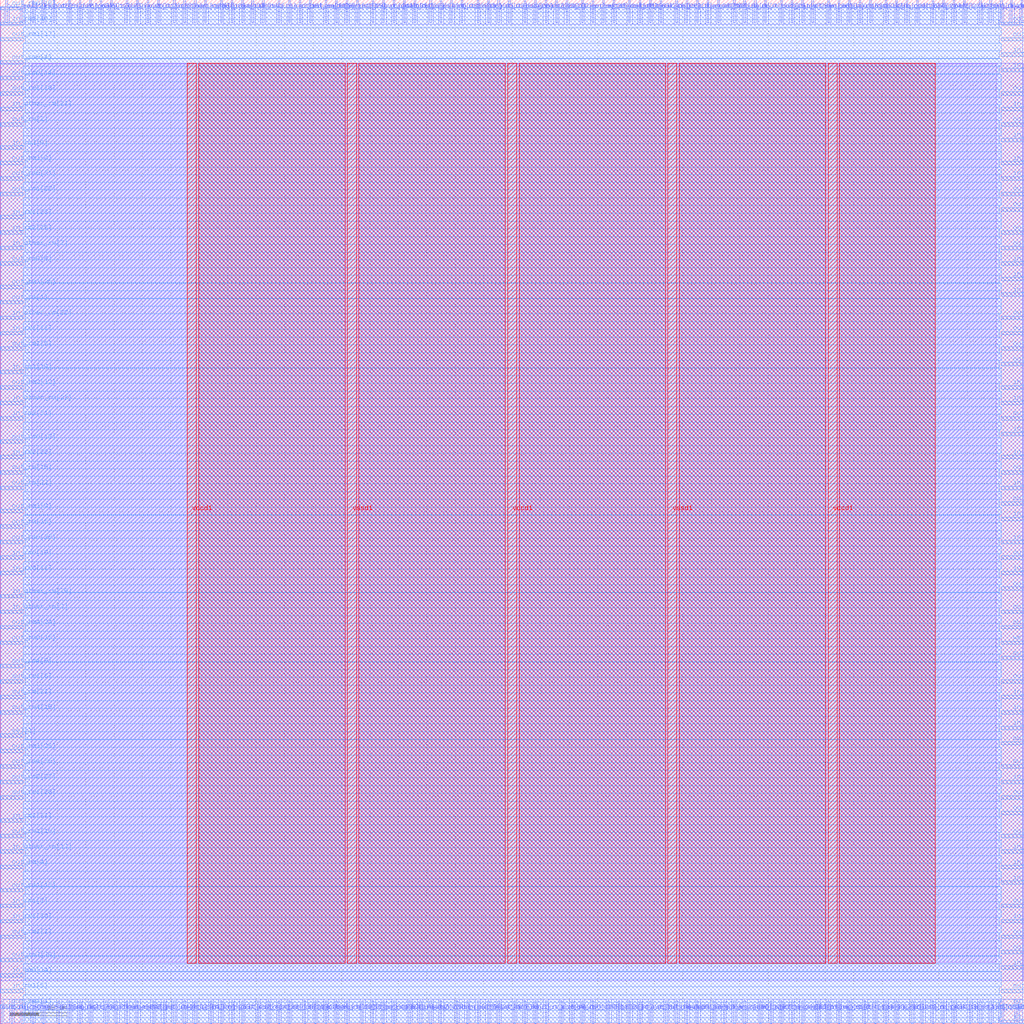
<source format=lef>
VERSION 5.7 ;
  NOWIREEXTENSIONATPIN ON ;
  DIVIDERCHAR "/" ;
  BUSBITCHARS "[]" ;
MACRO specialreg
  CLASS BLOCK ;
  FOREIGN specialreg ;
  ORIGIN 0.000 0.000 ;
  SIZE 180.000 BY 180.000 ;
  PIN clk
    DIRECTION INPUT ;
    USE SIGNAL ;
    PORT
      LAYER met2 ;
        RECT 92.090 0.000 92.370 4.000 ;
    END
  END clk
  PIN in_other_rm[0]
    DIRECTION INPUT ;
    USE SIGNAL ;
    PORT
      LAYER met2 ;
        RECT 140.850 176.000 141.130 180.000 ;
    END
  END in_other_rm[0]
  PIN in_other_rm[10]
    DIRECTION INPUT ;
    USE SIGNAL ;
    PORT
      LAYER met2 ;
        RECT 120.610 176.000 120.890 180.000 ;
    END
  END in_other_rm[10]
  PIN in_other_rm[11]
    DIRECTION INPUT ;
    USE SIGNAL ;
    PORT
      LAYER met2 ;
        RECT 62.650 176.000 62.930 180.000 ;
    END
  END in_other_rm[11]
  PIN in_other_rm[12]
    DIRECTION INPUT ;
    USE SIGNAL ;
    PORT
      LAYER met2 ;
        RECT 55.290 0.000 55.570 4.000 ;
    END
  END in_other_rm[12]
  PIN in_other_rm[13]
    DIRECTION INPUT ;
    USE SIGNAL ;
    PORT
      LAYER met3 ;
        RECT 0.000 29.960 4.000 30.560 ;
    END
  END in_other_rm[13]
  PIN in_other_rm[14]
    DIRECTION INPUT ;
    USE SIGNAL ;
    PORT
      LAYER met2 ;
        RECT 105.890 176.000 106.170 180.000 ;
    END
  END in_other_rm[14]
  PIN in_other_rm[15]
    DIRECTION INPUT ;
    USE SIGNAL ;
    PORT
      LAYER met2 ;
        RECT 57.130 176.000 57.410 180.000 ;
    END
  END in_other_rm[15]
  PIN in_other_rm[16]
    DIRECTION INPUT ;
    USE SIGNAL ;
    PORT
      LAYER met2 ;
        RECT 99.450 176.000 99.730 180.000 ;
    END
  END in_other_rm[16]
  PIN in_other_rm[17]
    DIRECTION INPUT ;
    USE SIGNAL ;
    PORT
      LAYER met3 ;
        RECT 176.000 54.440 180.000 55.040 ;
    END
  END in_other_rm[17]
  PIN in_other_rm[18]
    DIRECTION INPUT ;
    USE SIGNAL ;
    PORT
      LAYER met3 ;
        RECT 176.000 111.560 180.000 112.160 ;
    END
  END in_other_rm[18]
  PIN in_other_rm[19]
    DIRECTION INPUT ;
    USE SIGNAL ;
    PORT
      LAYER met2 ;
        RECT 50.690 176.000 50.970 180.000 ;
    END
  END in_other_rm[19]
  PIN in_other_rm[1]
    DIRECTION INPUT ;
    USE SIGNAL ;
    PORT
      LAYER met2 ;
        RECT 135.330 0.000 135.610 4.000 ;
    END
  END in_other_rm[1]
  PIN in_other_rm[20]
    DIRECTION INPUT ;
    USE SIGNAL ;
    PORT
      LAYER met2 ;
        RECT 102.210 176.000 102.490 180.000 ;
    END
  END in_other_rm[20]
  PIN in_other_rm[21]
    DIRECTION INPUT ;
    USE SIGNAL ;
    PORT
      LAYER met3 ;
        RECT 0.000 160.520 4.000 161.120 ;
    END
  END in_other_rm[21]
  PIN in_other_rm[22]
    DIRECTION INPUT ;
    USE SIGNAL ;
    PORT
      LAYER met3 ;
        RECT 0.000 123.800 4.000 124.400 ;
    END
  END in_other_rm[22]
  PIN in_other_rm[23]
    DIRECTION INPUT ;
    USE SIGNAL ;
    PORT
      LAYER met3 ;
        RECT 0.000 108.840 4.000 109.440 ;
    END
  END in_other_rm[23]
  PIN in_other_rm[24]
    DIRECTION INPUT ;
    USE SIGNAL ;
    PORT
      LAYER met3 ;
        RECT 176.000 88.440 180.000 89.040 ;
    END
  END in_other_rm[24]
  PIN in_other_rm[25]
    DIRECTION INPUT ;
    USE SIGNAL ;
    PORT
      LAYER met2 ;
        RECT 47.010 0.000 47.290 4.000 ;
    END
  END in_other_rm[25]
  PIN in_other_rm[26]
    DIRECTION INPUT ;
    USE SIGNAL ;
    PORT
      LAYER met3 ;
        RECT 176.000 51.720 180.000 52.320 ;
    END
  END in_other_rm[26]
  PIN in_other_rm[27]
    DIRECTION INPUT ;
    USE SIGNAL ;
    PORT
      LAYER met2 ;
        RECT 128.890 0.000 129.170 4.000 ;
    END
  END in_other_rm[27]
  PIN in_other_rm[28]
    DIRECTION INPUT ;
    USE SIGNAL ;
    PORT
      LAYER met2 ;
        RECT 77.370 0.000 77.650 4.000 ;
    END
  END in_other_rm[28]
  PIN in_other_rm[29]
    DIRECTION INPUT ;
    USE SIGNAL ;
    PORT
      LAYER met3 ;
        RECT 0.000 74.840 4.000 75.440 ;
    END
  END in_other_rm[29]
  PIN in_other_rm[2]
    DIRECTION INPUT ;
    USE SIGNAL ;
    PORT
      LAYER met2 ;
        RECT 143.610 0.000 143.890 4.000 ;
    END
  END in_other_rm[2]
  PIN in_other_rm[30]
    DIRECTION INPUT ;
    USE SIGNAL ;
    PORT
      LAYER met3 ;
        RECT 176.000 42.200 180.000 42.800 ;
    END
  END in_other_rm[30]
  PIN in_other_rm[31]
    DIRECTION INPUT ;
    USE SIGNAL ;
    PORT
      LAYER met3 ;
        RECT 176.000 9.560 180.000 10.160 ;
    END
  END in_other_rm[31]
  PIN in_other_rm[3]
    DIRECTION INPUT ;
    USE SIGNAL ;
    PORT
      LAYER met3 ;
        RECT 0.000 72.120 4.000 72.720 ;
    END
  END in_other_rm[3]
  PIN in_other_rm[4]
    DIRECTION INPUT ;
    USE SIGNAL ;
    PORT
      LAYER met2 ;
        RECT 18.490 0.000 18.770 4.000 ;
    END
  END in_other_rm[4]
  PIN in_other_rm[5]
    DIRECTION INPUT ;
    USE SIGNAL ;
    PORT
      LAYER met2 ;
        RECT 63.570 0.000 63.850 4.000 ;
    END
  END in_other_rm[5]
  PIN in_other_rm[6]
    DIRECTION INPUT ;
    USE SIGNAL ;
    PORT
      LAYER met2 ;
        RECT 30.450 176.000 30.730 180.000 ;
    END
  END in_other_rm[6]
  PIN in_other_rm[7]
    DIRECTION INPUT ;
    USE SIGNAL ;
    PORT
      LAYER met3 ;
        RECT 0.000 136.040 4.000 136.640 ;
    END
  END in_other_rm[7]
  PIN in_other_rm[8]
    DIRECTION INPUT ;
    USE SIGNAL ;
    PORT
      LAYER met2 ;
        RECT 52.530 176.000 52.810 180.000 ;
    END
  END in_other_rm[8]
  PIN in_other_rm[9]
    DIRECTION INPUT ;
    USE SIGNAL ;
    PORT
      LAYER met2 ;
        RECT 125.210 0.000 125.490 4.000 ;
    END
  END in_other_rm[9]
  PIN in_rm0[0]
    DIRECTION INPUT ;
    USE SIGNAL ;
    PORT
      LAYER met2 ;
        RECT 104.050 176.000 104.330 180.000 ;
    END
  END in_rm0[0]
  PIN in_rm0[10]
    DIRECTION INPUT ;
    USE SIGNAL ;
    PORT
      LAYER met2 ;
        RECT 114.170 176.000 114.450 180.000 ;
    END
  END in_rm0[10]
  PIN in_rm0[11]
    DIRECTION INPUT ;
    USE SIGNAL ;
    PORT
      LAYER met3 ;
        RECT 0.000 78.920 4.000 79.520 ;
    END
  END in_rm0[11]
  PIN in_rm0[12]
    DIRECTION INPUT ;
    USE SIGNAL ;
    PORT
      LAYER met2 ;
        RECT 15.730 176.000 16.010 180.000 ;
    END
  END in_rm0[12]
  PIN in_rm0[13]
    DIRECTION INPUT ;
    USE SIGNAL ;
    PORT
      LAYER met3 ;
        RECT 176.000 24.520 180.000 25.120 ;
    END
  END in_rm0[13]
  PIN in_rm0[14]
    DIRECTION INPUT ;
    USE SIGNAL ;
    PORT
      LAYER met3 ;
        RECT 0.000 8.200 4.000 8.800 ;
    END
  END in_rm0[14]
  PIN in_rm0[15]
    DIRECTION INPUT ;
    USE SIGNAL ;
    PORT
      LAYER met2 ;
        RECT 140.850 0.000 141.130 4.000 ;
    END
  END in_rm0[15]
  PIN in_rm0[16]
    DIRECTION INPUT ;
    USE SIGNAL ;
    PORT
      LAYER met2 ;
        RECT 12.050 176.000 12.330 180.000 ;
    END
  END in_rm0[16]
  PIN in_rm0[17]
    DIRECTION INPUT ;
    USE SIGNAL ;
    PORT
      LAYER met2 ;
        RECT 69.090 0.000 69.370 4.000 ;
    END
  END in_rm0[17]
  PIN in_rm0[18]
    DIRECTION INPUT ;
    USE SIGNAL ;
    PORT
      LAYER met2 ;
        RECT 35.970 176.000 36.250 180.000 ;
    END
  END in_rm0[18]
  PIN in_rm0[19]
    DIRECTION INPUT ;
    USE SIGNAL ;
    PORT
      LAYER met3 ;
        RECT 0.000 81.640 4.000 82.240 ;
    END
  END in_rm0[19]
  PIN in_rm0[1]
    DIRECTION INPUT ;
    USE SIGNAL ;
    PORT
      LAYER met2 ;
        RECT 42.410 176.000 42.690 180.000 ;
    END
  END in_rm0[1]
  PIN in_rm0[20]
    DIRECTION INPUT ;
    USE SIGNAL ;
    PORT
      LAYER met2 ;
        RECT 40.570 176.000 40.850 180.000 ;
    END
  END in_rm0[20]
  PIN in_rm0[21]
    DIRECTION INPUT ;
    USE SIGNAL ;
    PORT
      LAYER met3 ;
        RECT 176.000 151.000 180.000 151.600 ;
    END
  END in_rm0[21]
  PIN in_rm0[22]
    DIRECTION INPUT ;
    USE SIGNAL ;
    PORT
      LAYER met2 ;
        RECT 153.730 0.000 154.010 4.000 ;
    END
  END in_rm0[22]
  PIN in_rm0[23]
    DIRECTION INPUT ;
    USE SIGNAL ;
    PORT
      LAYER met2 ;
        RECT 85.650 176.000 85.930 180.000 ;
    END
  END in_rm0[23]
  PIN in_rm0[24]
    DIRECTION INPUT ;
    USE SIGNAL ;
    PORT
      LAYER met2 ;
        RECT 65.410 176.000 65.690 180.000 ;
    END
  END in_rm0[24]
  PIN in_rm0[25]
    DIRECTION INPUT ;
    USE SIGNAL ;
    PORT
      LAYER met2 ;
        RECT 36.890 0.000 37.170 4.000 ;
    END
  END in_rm0[25]
  PIN in_rm0[26]
    DIRECTION INPUT ;
    USE SIGNAL ;
    PORT
      LAYER met2 ;
        RECT 142.690 176.000 142.970 180.000 ;
    END
  END in_rm0[26]
  PIN in_rm0[27]
    DIRECTION INPUT ;
    USE SIGNAL ;
    PORT
      LAYER met2 ;
        RECT 130.730 0.000 131.010 4.000 ;
    END
  END in_rm0[27]
  PIN in_rm0[28]
    DIRECTION INPUT ;
    USE SIGNAL ;
    PORT
      LAYER met2 ;
        RECT 139.010 0.000 139.290 4.000 ;
    END
  END in_rm0[28]
  PIN in_rm0[29]
    DIRECTION INPUT ;
    USE SIGNAL ;
    PORT
      LAYER met2 ;
        RECT 157.410 0.000 157.690 4.000 ;
    END
  END in_rm0[29]
  PIN in_rm0[2]
    DIRECTION INPUT ;
    USE SIGNAL ;
    PORT
      LAYER met2 ;
        RECT 172.130 176.000 172.410 180.000 ;
    END
  END in_rm0[2]
  PIN in_rm0[30]
    DIRECTION INPUT ;
    USE SIGNAL ;
    PORT
      LAYER met3 ;
        RECT 176.000 93.880 180.000 94.480 ;
    END
  END in_rm0[30]
  PIN in_rm0[31]
    DIRECTION INPUT ;
    USE SIGNAL ;
    PORT
      LAYER met3 ;
        RECT 176.000 170.040 180.000 170.640 ;
    END
  END in_rm0[31]
  PIN in_rm0[3]
    DIRECTION INPUT ;
    USE SIGNAL ;
    PORT
      LAYER met2 ;
        RECT 48.850 0.000 49.130 4.000 ;
    END
  END in_rm0[3]
  PIN in_rm0[4]
    DIRECTION INPUT ;
    USE SIGNAL ;
    PORT
      LAYER met2 ;
        RECT 145.450 176.000 145.730 180.000 ;
    END
  END in_rm0[4]
  PIN in_rm0[5]
    DIRECTION INPUT ;
    USE SIGNAL ;
    PORT
      LAYER met3 ;
        RECT 176.000 133.320 180.000 133.920 ;
    END
  END in_rm0[5]
  PIN in_rm0[6]
    DIRECTION INPUT ;
    USE SIGNAL ;
    PORT
      LAYER met3 ;
        RECT 176.000 148.280 180.000 148.880 ;
    END
  END in_rm0[6]
  PIN in_rm0[7]
    DIRECTION INPUT ;
    USE SIGNAL ;
    PORT
      LAYER met3 ;
        RECT 176.000 99.320 180.000 99.920 ;
    END
  END in_rm0[7]
  PIN in_rm0[8]
    DIRECTION INPUT ;
    USE SIGNAL ;
    PORT
      LAYER met2 ;
        RECT 112.330 0.000 112.610 4.000 ;
    END
  END in_rm0[8]
  PIN in_rm0[9]
    DIRECTION INPUT ;
    USE SIGNAL ;
    PORT
      LAYER met2 ;
        RECT 83.810 176.000 84.090 180.000 ;
    END
  END in_rm0[9]
  PIN in_rm1[0]
    DIRECTION INPUT ;
    USE SIGNAL ;
    PORT
      LAYER met2 ;
        RECT 75.530 176.000 75.810 180.000 ;
    END
  END in_rm1[0]
  PIN in_rm1[10]
    DIRECTION INPUT ;
    USE SIGNAL ;
    PORT
      LAYER met3 ;
        RECT 0.000 175.480 4.000 176.080 ;
    END
  END in_rm1[10]
  PIN in_rm1[11]
    DIRECTION INPUT ;
    USE SIGNAL ;
    PORT
      LAYER met3 ;
        RECT 0.000 121.080 4.000 121.680 ;
    END
  END in_rm1[11]
  PIN in_rm1[12]
    DIRECTION INPUT ;
    USE SIGNAL ;
    PORT
      LAYER met2 ;
        RECT 58.970 176.000 59.250 180.000 ;
    END
  END in_rm1[12]
  PIN in_rm1[13]
    DIRECTION INPUT ;
    USE SIGNAL ;
    PORT
      LAYER met3 ;
        RECT 176.000 84.360 180.000 84.960 ;
    END
  END in_rm1[13]
  PIN in_rm1[14]
    DIRECTION INPUT ;
    USE SIGNAL ;
    PORT
      LAYER met2 ;
        RECT 69.090 176.000 69.370 180.000 ;
    END
  END in_rm1[14]
  PIN in_rm1[15]
    DIRECTION INPUT ;
    USE SIGNAL ;
    PORT
      LAYER met2 ;
        RECT 172.130 0.000 172.410 4.000 ;
    END
  END in_rm1[15]
  PIN in_rm1[16]
    DIRECTION INPUT ;
    USE SIGNAL ;
    PORT
      LAYER met3 ;
        RECT 176.000 130.600 180.000 131.200 ;
    END
  END in_rm1[16]
  PIN in_rm1[17]
    DIRECTION INPUT ;
    USE SIGNAL ;
    PORT
      LAYER met2 ;
        RECT 32.290 176.000 32.570 180.000 ;
    END
  END in_rm1[17]
  PIN in_rm1[18]
    DIRECTION INPUT ;
    USE SIGNAL ;
    PORT
      LAYER met2 ;
        RECT 178.570 0.000 178.850 4.000 ;
    END
  END in_rm1[18]
  PIN in_rm1[19]
    DIRECTION INPUT ;
    USE SIGNAL ;
    PORT
      LAYER met3 ;
        RECT 0.000 114.280 4.000 114.880 ;
    END
  END in_rm1[19]
  PIN in_rm1[1]
    DIRECTION INPUT ;
    USE SIGNAL ;
    PORT
      LAYER met2 ;
        RECT 147.290 0.000 147.570 4.000 ;
    END
  END in_rm1[1]
  PIN in_rm1[20]
    DIRECTION INPUT ;
    USE SIGNAL ;
    PORT
      LAYER met2 ;
        RECT 34.130 0.000 34.410 4.000 ;
    END
  END in_rm1[20]
  PIN in_rm1[21]
    DIRECTION INPUT ;
    USE SIGNAL ;
    PORT
      LAYER met2 ;
        RECT 24.010 176.000 24.290 180.000 ;
    END
  END in_rm1[21]
  PIN in_rm1[22]
    DIRECTION INPUT ;
    USE SIGNAL ;
    PORT
      LAYER met2 ;
        RECT 175.810 0.000 176.090 4.000 ;
    END
  END in_rm1[22]
  PIN in_rm1[23]
    DIRECTION INPUT ;
    USE SIGNAL ;
    PORT
      LAYER met3 ;
        RECT 0.000 141.480 4.000 142.080 ;
    END
  END in_rm1[23]
  PIN in_rm1[24]
    DIRECTION INPUT ;
    USE SIGNAL ;
    PORT
      LAYER met2 ;
        RECT 67.250 0.000 67.530 4.000 ;
    END
  END in_rm1[24]
  PIN in_rm1[25]
    DIRECTION INPUT ;
    USE SIGNAL ;
    PORT
      LAYER met3 ;
        RECT 176.000 0.040 180.000 0.640 ;
    END
  END in_rm1[25]
  PIN in_rm1[26]
    DIRECTION INPUT ;
    USE SIGNAL ;
    PORT
      LAYER met2 ;
        RECT 40.570 0.000 40.850 4.000 ;
    END
  END in_rm1[26]
  PIN in_rm1[27]
    DIRECTION INPUT ;
    USE SIGNAL ;
    PORT
      LAYER met2 ;
        RECT 159.250 176.000 159.530 180.000 ;
    END
  END in_rm1[27]
  PIN in_rm1[28]
    DIRECTION INPUT ;
    USE SIGNAL ;
    PORT
      LAYER met2 ;
        RECT 77.370 176.000 77.650 180.000 ;
    END
  END in_rm1[28]
  PIN in_rm1[29]
    DIRECTION INPUT ;
    USE SIGNAL ;
    PORT
      LAYER met3 ;
        RECT 176.000 57.160 180.000 57.760 ;
    END
  END in_rm1[29]
  PIN in_rm1[2]
    DIRECTION INPUT ;
    USE SIGNAL ;
    PORT
      LAYER met3 ;
        RECT 176.000 78.920 180.000 79.520 ;
    END
  END in_rm1[2]
  PIN in_rm1[30]
    DIRECTION INPUT ;
    USE SIGNAL ;
    PORT
      LAYER met3 ;
        RECT 0.000 17.720 4.000 18.320 ;
    END
  END in_rm1[30]
  PIN in_rm1[31]
    DIRECTION INPUT ;
    USE SIGNAL ;
    PORT
      LAYER met3 ;
        RECT 0.000 35.400 4.000 36.000 ;
    END
  END in_rm1[31]
  PIN in_rm1[3]
    DIRECTION INPUT ;
    USE SIGNAL ;
    PORT
      LAYER met3 ;
        RECT 0.000 20.440 4.000 21.040 ;
    END
  END in_rm1[3]
  PIN in_rm1[4]
    DIRECTION INPUT ;
    USE SIGNAL ;
    PORT
      LAYER met3 ;
        RECT 176.000 127.880 180.000 128.480 ;
    END
  END in_rm1[4]
  PIN in_rm1[5]
    DIRECTION INPUT ;
    USE SIGNAL ;
    PORT
      LAYER met3 ;
        RECT 0.000 5.480 4.000 6.080 ;
    END
  END in_rm1[5]
  PIN in_rm1[6]
    DIRECTION INPUT ;
    USE SIGNAL ;
    PORT
      LAYER met3 ;
        RECT 176.000 27.240 180.000 27.840 ;
    END
  END in_rm1[6]
  PIN in_rm1[7]
    DIRECTION INPUT ;
    USE SIGNAL ;
    PORT
      LAYER met2 ;
        RECT 38.730 0.000 39.010 4.000 ;
    END
  END in_rm1[7]
  PIN in_rm1[8]
    DIRECTION INPUT ;
    USE SIGNAL ;
    PORT
      LAYER met3 ;
        RECT 176.000 29.960 180.000 30.560 ;
    END
  END in_rm1[8]
  PIN in_rm1[9]
    DIRECTION INPUT ;
    USE SIGNAL ;
    PORT
      LAYER met2 ;
        RECT 97.610 176.000 97.890 180.000 ;
    END
  END in_rm1[9]
  PIN in_rm2[0]
    DIRECTION INPUT ;
    USE SIGNAL ;
    PORT
      LAYER met3 ;
        RECT 0.000 153.720 4.000 154.320 ;
    END
  END in_rm2[0]
  PIN in_rm2[10]
    DIRECTION INPUT ;
    USE SIGNAL ;
    PORT
      LAYER met3 ;
        RECT 176.000 155.080 180.000 155.680 ;
    END
  END in_rm2[10]
  PIN in_rm2[11]
    DIRECTION INPUT ;
    USE SIGNAL ;
    PORT
      LAYER met2 ;
        RECT 85.650 0.000 85.930 4.000 ;
    END
  END in_rm2[11]
  PIN in_rm2[12]
    DIRECTION INPUT ;
    USE SIGNAL ;
    PORT
      LAYER met2 ;
        RECT 124.290 176.000 124.570 180.000 ;
    END
  END in_rm2[12]
  PIN in_rm2[13]
    DIRECTION INPUT ;
    USE SIGNAL ;
    PORT
      LAYER met2 ;
        RECT 60.810 176.000 61.090 180.000 ;
    END
  END in_rm2[13]
  PIN in_rm2[14]
    DIRECTION INPUT ;
    USE SIGNAL ;
    PORT
      LAYER met2 ;
        RECT 7.450 0.000 7.730 4.000 ;
    END
  END in_rm2[14]
  PIN in_rm2[15]
    DIRECTION INPUT ;
    USE SIGNAL ;
    PORT
      LAYER met2 ;
        RECT 104.050 0.000 104.330 4.000 ;
    END
  END in_rm2[15]
  PIN in_rm2[16]
    DIRECTION INPUT ;
    USE SIGNAL ;
    PORT
      LAYER met2 ;
        RECT 5.610 176.000 5.890 180.000 ;
    END
  END in_rm2[16]
  PIN in_rm2[17]
    DIRECTION INPUT ;
    USE SIGNAL ;
    PORT
      LAYER met3 ;
        RECT 176.000 103.400 180.000 104.000 ;
    END
  END in_rm2[17]
  PIN in_rm2[18]
    DIRECTION INPUT ;
    USE SIGNAL ;
    PORT
      LAYER met2 ;
        RECT 50.690 0.000 50.970 4.000 ;
    END
  END in_rm2[18]
  PIN in_rm2[19]
    DIRECTION INPUT ;
    USE SIGNAL ;
    PORT
      LAYER met2 ;
        RECT 169.370 176.000 169.650 180.000 ;
    END
  END in_rm2[19]
  PIN in_rm2[1]
    DIRECTION INPUT ;
    USE SIGNAL ;
    PORT
      LAYER met2 ;
        RECT 160.170 0.000 160.450 4.000 ;
    END
  END in_rm2[1]
  PIN in_rm2[20]
    DIRECTION INPUT ;
    USE SIGNAL ;
    PORT
      LAYER met3 ;
        RECT 176.000 108.840 180.000 109.440 ;
    END
  END in_rm2[20]
  PIN in_rm2[21]
    DIRECTION INPUT ;
    USE SIGNAL ;
    PORT
      LAYER met3 ;
        RECT 176.000 17.720 180.000 18.320 ;
    END
  END in_rm2[21]
  PIN in_rm2[22]
    DIRECTION INPUT ;
    USE SIGNAL ;
    PORT
      LAYER met3 ;
        RECT 0.000 99.320 4.000 99.920 ;
    END
  END in_rm2[22]
  PIN in_rm2[23]
    DIRECTION INPUT ;
    USE SIGNAL ;
    PORT
      LAYER met3 ;
        RECT 176.000 160.520 180.000 161.120 ;
    END
  END in_rm2[23]
  PIN in_rm2[24]
    DIRECTION INPUT ;
    USE SIGNAL ;
    PORT
      LAYER met2 ;
        RECT 26.770 0.000 27.050 4.000 ;
    END
  END in_rm2[24]
  PIN in_rm2[25]
    DIRECTION INPUT ;
    USE SIGNAL ;
    PORT
      LAYER met3 ;
        RECT 0.000 138.760 4.000 139.360 ;
    END
  END in_rm2[25]
  PIN in_rm2[26]
    DIRECTION INPUT ;
    USE SIGNAL ;
    PORT
      LAYER met2 ;
        RECT 110.490 0.000 110.770 4.000 ;
    END
  END in_rm2[26]
  PIN in_rm2[27]
    DIRECTION INPUT ;
    USE SIGNAL ;
    PORT
      LAYER met2 ;
        RECT 165.690 176.000 165.970 180.000 ;
    END
  END in_rm2[27]
  PIN in_rm2[28]
    DIRECTION INPUT ;
    USE SIGNAL ;
    PORT
      LAYER met3 ;
        RECT 176.000 167.320 180.000 167.920 ;
    END
  END in_rm2[28]
  PIN in_rm2[29]
    DIRECTION INPUT ;
    USE SIGNAL ;
    PORT
      LAYER met2 ;
        RECT 65.410 0.000 65.690 4.000 ;
    END
  END in_rm2[29]
  PIN in_rm2[2]
    DIRECTION INPUT ;
    USE SIGNAL ;
    PORT
      LAYER met2 ;
        RECT 155.570 0.000 155.850 4.000 ;
    END
  END in_rm2[2]
  PIN in_rm2[30]
    DIRECTION INPUT ;
    USE SIGNAL ;
    PORT
      LAYER met2 ;
        RECT 145.450 0.000 145.730 4.000 ;
    END
  END in_rm2[30]
  PIN in_rm2[31]
    DIRECTION INPUT ;
    USE SIGNAL ;
    PORT
      LAYER met3 ;
        RECT 0.000 106.120 4.000 106.720 ;
    END
  END in_rm2[31]
  PIN in_rm2[3]
    DIRECTION INPUT ;
    USE SIGNAL ;
    PORT
      LAYER met2 ;
        RECT 165.690 0.000 165.970 4.000 ;
    END
  END in_rm2[3]
  PIN in_rm2[4]
    DIRECTION INPUT ;
    USE SIGNAL ;
    PORT
      LAYER met2 ;
        RECT 81.970 0.000 82.250 4.000 ;
    END
  END in_rm2[4]
  PIN in_rm2[5]
    DIRECTION INPUT ;
    USE SIGNAL ;
    PORT
      LAYER met2 ;
        RECT 170.290 0.000 170.570 4.000 ;
    END
  END in_rm2[5]
  PIN in_rm2[6]
    DIRECTION INPUT ;
    USE SIGNAL ;
    PORT
      LAYER met2 ;
        RECT 7.450 176.000 7.730 180.000 ;
    END
  END in_rm2[6]
  PIN in_rm2[7]
    DIRECTION INPUT ;
    USE SIGNAL ;
    PORT
      LAYER met2 ;
        RECT 152.810 176.000 153.090 180.000 ;
    END
  END in_rm2[7]
  PIN in_rm2[8]
    DIRECTION INPUT ;
    USE SIGNAL ;
    PORT
      LAYER met2 ;
        RECT 118.770 176.000 119.050 180.000 ;
    END
  END in_rm2[8]
  PIN in_rm2[9]
    DIRECTION INPUT ;
    USE SIGNAL ;
    PORT
      LAYER met2 ;
        RECT 24.010 0.000 24.290 4.000 ;
    END
  END in_rm2[9]
  PIN out_rm0[0]
    DIRECTION OUTPUT TRISTATE ;
    USE SIGNAL ;
    PORT
      LAYER met2 ;
        RECT 87.490 0.000 87.770 4.000 ;
    END
  END out_rm0[0]
  PIN out_rm0[10]
    DIRECTION OUTPUT TRISTATE ;
    USE SIGNAL ;
    PORT
      LAYER met2 ;
        RECT 118.770 0.000 119.050 4.000 ;
    END
  END out_rm0[10]
  PIN out_rm0[11]
    DIRECTION OUTPUT TRISTATE ;
    USE SIGNAL ;
    PORT
      LAYER met2 ;
        RECT 167.530 0.000 167.810 4.000 ;
    END
  END out_rm0[11]
  PIN out_rm0[12]
    DIRECTION OUTPUT TRISTATE ;
    USE SIGNAL ;
    PORT
      LAYER met3 ;
        RECT 176.000 76.200 180.000 76.800 ;
    END
  END out_rm0[12]
  PIN out_rm0[13]
    DIRECTION OUTPUT TRISTATE ;
    USE SIGNAL ;
    PORT
      LAYER met3 ;
        RECT 176.000 81.640 180.000 82.240 ;
    END
  END out_rm0[13]
  PIN out_rm0[14]
    DIRECTION OUTPUT TRISTATE ;
    USE SIGNAL ;
    PORT
      LAYER met3 ;
        RECT 0.000 165.960 4.000 166.560 ;
    END
  END out_rm0[14]
  PIN out_rm0[15]
    DIRECTION OUTPUT TRISTATE ;
    USE SIGNAL ;
    PORT
      LAYER met3 ;
        RECT 0.000 66.680 4.000 67.280 ;
    END
  END out_rm0[15]
  PIN out_rm0[16]
    DIRECTION OUTPUT TRISTATE ;
    USE SIGNAL ;
    PORT
      LAYER met2 ;
        RECT 147.290 176.000 147.570 180.000 ;
    END
  END out_rm0[16]
  PIN out_rm0[17]
    DIRECTION OUTPUT TRISTATE ;
    USE SIGNAL ;
    PORT
      LAYER met2 ;
        RECT 100.370 0.000 100.650 4.000 ;
    END
  END out_rm0[17]
  PIN out_rm0[18]
    DIRECTION OUTPUT TRISTATE ;
    USE SIGNAL ;
    PORT
      LAYER met3 ;
        RECT 0.000 102.040 4.000 102.640 ;
    END
  END out_rm0[18]
  PIN out_rm0[19]
    DIRECTION OUTPUT TRISTATE ;
    USE SIGNAL ;
    PORT
      LAYER met3 ;
        RECT 0.000 178.200 4.000 178.800 ;
    END
  END out_rm0[19]
  PIN out_rm0[1]
    DIRECTION OUTPUT TRISTATE ;
    USE SIGNAL ;
    PORT
      LAYER met2 ;
        RECT 92.090 176.000 92.370 180.000 ;
    END
  END out_rm0[1]
  PIN out_rm0[20]
    DIRECTION OUTPUT TRISTATE ;
    USE SIGNAL ;
    PORT
      LAYER met3 ;
        RECT 176.000 63.960 180.000 64.560 ;
    END
  END out_rm0[20]
  PIN out_rm0[21]
    DIRECTION OUTPUT TRISTATE ;
    USE SIGNAL ;
    PORT
      LAYER met3 ;
        RECT 0.000 148.280 4.000 148.880 ;
    END
  END out_rm0[21]
  PIN out_rm0[22]
    DIRECTION OUTPUT TRISTATE ;
    USE SIGNAL ;
    PORT
      LAYER met2 ;
        RECT 72.770 176.000 73.050 180.000 ;
    END
  END out_rm0[22]
  PIN out_rm0[23]
    DIRECTION OUTPUT TRISTATE ;
    USE SIGNAL ;
    PORT
      LAYER met3 ;
        RECT 176.000 172.760 180.000 173.360 ;
    END
  END out_rm0[23]
  PIN out_rm0[24]
    DIRECTION OUTPUT TRISTATE ;
    USE SIGNAL ;
    PORT
      LAYER met2 ;
        RECT 112.330 176.000 112.610 180.000 ;
    END
  END out_rm0[24]
  PIN out_rm0[25]
    DIRECTION OUTPUT TRISTATE ;
    USE SIGNAL ;
    PORT
      LAYER met2 ;
        RECT 58.970 0.000 59.250 4.000 ;
    END
  END out_rm0[25]
  PIN out_rm0[26]
    DIRECTION OUTPUT TRISTATE ;
    USE SIGNAL ;
    PORT
      LAYER met3 ;
        RECT 176.000 96.600 180.000 97.200 ;
    END
  END out_rm0[26]
  PIN out_rm0[27]
    DIRECTION OUTPUT TRISTATE ;
    USE SIGNAL ;
    PORT
      LAYER met2 ;
        RECT 161.090 176.000 161.370 180.000 ;
    END
  END out_rm0[27]
  PIN out_rm0[28]
    DIRECTION OUTPUT TRISTATE ;
    USE SIGNAL ;
    PORT
      LAYER met3 ;
        RECT 0.000 84.360 4.000 84.960 ;
    END
  END out_rm0[28]
  PIN out_rm0[29]
    DIRECTION OUTPUT TRISTATE ;
    USE SIGNAL ;
    PORT
      LAYER met2 ;
        RECT 87.490 176.000 87.770 180.000 ;
    END
  END out_rm0[29]
  PIN out_rm0[2]
    DIRECTION OUTPUT TRISTATE ;
    USE SIGNAL ;
    PORT
      LAYER met2 ;
        RECT 60.810 0.000 61.090 4.000 ;
    END
  END out_rm0[2]
  PIN out_rm0[30]
    DIRECTION OUTPUT TRISTATE ;
    USE SIGNAL ;
    PORT
      LAYER met2 ;
        RECT 122.450 0.000 122.730 4.000 ;
    END
  END out_rm0[30]
  PIN out_rm0[31]
    DIRECTION OUTPUT TRISTATE ;
    USE SIGNAL ;
    PORT
      LAYER met3 ;
        RECT 176.000 91.160 180.000 91.760 ;
    END
  END out_rm0[31]
  PIN out_rm0[3]
    DIRECTION OUTPUT TRISTATE ;
    USE SIGNAL ;
    PORT
      LAYER met2 ;
        RECT 133.490 0.000 133.770 4.000 ;
    END
  END out_rm0[3]
  PIN out_rm0[4]
    DIRECTION OUTPUT TRISTATE ;
    USE SIGNAL ;
    PORT
      LAYER met3 ;
        RECT 0.000 168.680 4.000 169.280 ;
    END
  END out_rm0[4]
  PIN out_rm0[5]
    DIRECTION OUTPUT TRISTATE ;
    USE SIGNAL ;
    PORT
      LAYER met2 ;
        RECT 3.770 0.000 4.050 4.000 ;
    END
  END out_rm0[5]
  PIN out_rm0[6]
    DIRECTION OUTPUT TRISTATE ;
    USE SIGNAL ;
    PORT
      LAYER met3 ;
        RECT 0.000 133.320 4.000 133.920 ;
    END
  END out_rm0[6]
  PIN out_rm0[7]
    DIRECTION OUTPUT TRISTATE ;
    USE SIGNAL ;
    PORT
      LAYER met2 ;
        RECT 17.570 176.000 17.850 180.000 ;
    END
  END out_rm0[7]
  PIN out_rm0[8]
    DIRECTION OUTPUT TRISTATE ;
    USE SIGNAL ;
    PORT
      LAYER met3 ;
        RECT 176.000 121.080 180.000 121.680 ;
    END
  END out_rm0[8]
  PIN out_rm0[9]
    DIRECTION OUTPUT TRISTATE ;
    USE SIGNAL ;
    PORT
      LAYER met2 ;
        RECT 95.770 0.000 96.050 4.000 ;
    END
  END out_rm0[9]
  PIN out_rm1[0]
    DIRECTION OUTPUT TRISTATE ;
    USE SIGNAL ;
    PORT
      LAYER met3 ;
        RECT 0.000 151.000 4.000 151.600 ;
    END
  END out_rm1[0]
  PIN out_rm1[10]
    DIRECTION OUTPUT TRISTATE ;
    USE SIGNAL ;
    PORT
      LAYER met3 ;
        RECT 0.000 32.680 4.000 33.280 ;
    END
  END out_rm1[10]
  PIN out_rm1[11]
    DIRECTION OUTPUT TRISTATE ;
    USE SIGNAL ;
    PORT
      LAYER met3 ;
        RECT 176.000 2.760 180.000 3.360 ;
    END
  END out_rm1[11]
  PIN out_rm1[12]
    DIRECTION OUTPUT TRISTATE ;
    USE SIGNAL ;
    PORT
      LAYER met3 ;
        RECT 176.000 36.760 180.000 37.360 ;
    END
  END out_rm1[12]
  PIN out_rm1[13]
    DIRECTION OUTPUT TRISTATE ;
    USE SIGNAL ;
    PORT
      LAYER met3 ;
        RECT 0.000 23.160 4.000 23.760 ;
    END
  END out_rm1[13]
  PIN out_rm1[14]
    DIRECTION OUTPUT TRISTATE ;
    USE SIGNAL ;
    PORT
      LAYER met2 ;
        RECT 150.970 176.000 151.250 180.000 ;
    END
  END out_rm1[14]
  PIN out_rm1[15]
    DIRECTION OUTPUT TRISTATE ;
    USE SIGNAL ;
    PORT
      LAYER met2 ;
        RECT 107.730 176.000 108.010 180.000 ;
    END
  END out_rm1[15]
  PIN out_rm1[16]
    DIRECTION OUTPUT TRISTATE ;
    USE SIGNAL ;
    PORT
      LAYER met3 ;
        RECT 176.000 32.680 180.000 33.280 ;
    END
  END out_rm1[16]
  PIN out_rm1[17]
    DIRECTION OUTPUT TRISTATE ;
    USE SIGNAL ;
    PORT
      LAYER met3 ;
        RECT 0.000 172.760 4.000 173.360 ;
    END
  END out_rm1[17]
  PIN out_rm1[18]
    DIRECTION OUTPUT TRISTATE ;
    USE SIGNAL ;
    PORT
      LAYER met3 ;
        RECT 0.000 163.240 4.000 163.840 ;
    END
  END out_rm1[18]
  PIN out_rm1[19]
    DIRECTION OUTPUT TRISTATE ;
    USE SIGNAL ;
    PORT
      LAYER met2 ;
        RECT 93.930 0.000 94.210 4.000 ;
    END
  END out_rm1[19]
  PIN out_rm1[1]
    DIRECTION OUTPUT TRISTATE ;
    USE SIGNAL ;
    PORT
      LAYER met3 ;
        RECT 0.000 15.000 4.000 15.600 ;
    END
  END out_rm1[1]
  PIN out_rm1[20]
    DIRECTION OUTPUT TRISTATE ;
    USE SIGNAL ;
    PORT
      LAYER met2 ;
        RECT 27.690 176.000 27.970 180.000 ;
    END
  END out_rm1[20]
  PIN out_rm1[21]
    DIRECTION OUTPUT TRISTATE ;
    USE SIGNAL ;
    PORT
      LAYER met2 ;
        RECT 179.490 176.000 179.770 180.000 ;
    END
  END out_rm1[21]
  PIN out_rm1[22]
    DIRECTION OUTPUT TRISTATE ;
    USE SIGNAL ;
    PORT
      LAYER met3 ;
        RECT 0.000 145.560 4.000 146.160 ;
    END
  END out_rm1[22]
  PIN out_rm1[23]
    DIRECTION OUTPUT TRISTATE ;
    USE SIGNAL ;
    PORT
      LAYER met2 ;
        RECT 132.570 176.000 132.850 180.000 ;
    END
  END out_rm1[23]
  PIN out_rm1[24]
    DIRECTION OUTPUT TRISTATE ;
    USE SIGNAL ;
    PORT
      LAYER met2 ;
        RECT 15.730 0.000 16.010 4.000 ;
    END
  END out_rm1[24]
  PIN out_rm1[25]
    DIRECTION OUTPUT TRISTATE ;
    USE SIGNAL ;
    PORT
      LAYER met3 ;
        RECT 0.000 47.640 4.000 48.240 ;
    END
  END out_rm1[25]
  PIN out_rm1[26]
    DIRECTION OUTPUT TRISTATE ;
    USE SIGNAL ;
    PORT
      LAYER met3 ;
        RECT 0.000 129.240 4.000 129.840 ;
    END
  END out_rm1[26]
  PIN out_rm1[27]
    DIRECTION OUTPUT TRISTATE ;
    USE SIGNAL ;
    PORT
      LAYER met3 ;
        RECT 176.000 44.920 180.000 45.520 ;
    END
  END out_rm1[27]
  PIN out_rm1[28]
    DIRECTION OUTPUT TRISTATE ;
    USE SIGNAL ;
    PORT
      LAYER met3 ;
        RECT 0.000 39.480 4.000 40.080 ;
    END
  END out_rm1[28]
  PIN out_rm1[29]
    DIRECTION OUTPUT TRISTATE ;
    USE SIGNAL ;
    PORT
      LAYER met2 ;
        RECT 120.610 0.000 120.890 4.000 ;
    END
  END out_rm1[29]
  PIN out_rm1[2]
    DIRECTION OUTPUT TRISTATE ;
    USE SIGNAL ;
    PORT
      LAYER met2 ;
        RECT 134.410 176.000 134.690 180.000 ;
    END
  END out_rm1[2]
  PIN out_rm1[30]
    DIRECTION OUTPUT TRISTATE ;
    USE SIGNAL ;
    PORT
      LAYER met3 ;
        RECT 176.000 138.760 180.000 139.360 ;
    END
  END out_rm1[30]
  PIN out_rm1[31]
    DIRECTION OUTPUT TRISTATE ;
    USE SIGNAL ;
    PORT
      LAYER met2 ;
        RECT 79.210 176.000 79.490 180.000 ;
    END
  END out_rm1[31]
  PIN out_rm1[3]
    DIRECTION OUTPUT TRISTATE ;
    USE SIGNAL ;
    PORT
      LAYER met2 ;
        RECT 126.130 176.000 126.410 180.000 ;
    END
  END out_rm1[3]
  PIN out_rm1[4]
    DIRECTION OUTPUT TRISTATE ;
    USE SIGNAL ;
    PORT
      LAYER met2 ;
        RECT 137.170 176.000 137.450 180.000 ;
    END
  END out_rm1[4]
  PIN out_rm1[5]
    DIRECTION OUTPUT TRISTATE ;
    USE SIGNAL ;
    PORT
      LAYER met3 ;
        RECT 0.000 118.360 4.000 118.960 ;
    END
  END out_rm1[5]
  PIN out_rm1[6]
    DIRECTION OUTPUT TRISTATE ;
    USE SIGNAL ;
    PORT
      LAYER met3 ;
        RECT 0.000 59.880 4.000 60.480 ;
    END
  END out_rm1[6]
  PIN out_rm1[7]
    DIRECTION OUTPUT TRISTATE ;
    USE SIGNAL ;
    PORT
      LAYER met2 ;
        RECT 70.930 176.000 71.210 180.000 ;
    END
  END out_rm1[7]
  PIN out_rm1[8]
    DIRECTION OUTPUT TRISTATE ;
    USE SIGNAL ;
    PORT
      LAYER met2 ;
        RECT 177.650 176.000 177.930 180.000 ;
    END
  END out_rm1[8]
  PIN out_rm1[9]
    DIRECTION OUTPUT TRISTATE ;
    USE SIGNAL ;
    PORT
      LAYER met3 ;
        RECT 0.000 89.800 4.000 90.400 ;
    END
  END out_rm1[9]
  PIN out_rm2[0]
    DIRECTION OUTPUT TRISTATE ;
    USE SIGNAL ;
    PORT
      LAYER met2 ;
        RECT 95.770 176.000 96.050 180.000 ;
    END
  END out_rm2[0]
  PIN out_rm2[10]
    DIRECTION OUTPUT TRISTATE ;
    USE SIGNAL ;
    PORT
      LAYER met2 ;
        RECT 12.050 0.000 12.330 4.000 ;
    END
  END out_rm2[10]
  PIN out_rm2[11]
    DIRECTION OUTPUT TRISTATE ;
    USE SIGNAL ;
    PORT
      LAYER met2 ;
        RECT 54.370 176.000 54.650 180.000 ;
    END
  END out_rm2[11]
  PIN out_rm2[12]
    DIRECTION OUTPUT TRISTATE ;
    USE SIGNAL ;
    PORT
      LAYER met3 ;
        RECT 0.000 111.560 4.000 112.160 ;
    END
  END out_rm2[12]
  PIN out_rm2[13]
    DIRECTION OUTPUT TRISTATE ;
    USE SIGNAL ;
    PORT
      LAYER met3 ;
        RECT 176.000 59.880 180.000 60.480 ;
    END
  END out_rm2[13]
  PIN out_rm2[14]
    DIRECTION OUTPUT TRISTATE ;
    USE SIGNAL ;
    PORT
      LAYER met2 ;
        RECT 83.810 0.000 84.090 4.000 ;
    END
  END out_rm2[14]
  PIN out_rm2[15]
    DIRECTION OUTPUT TRISTATE ;
    USE SIGNAL ;
    PORT
      LAYER met2 ;
        RECT 48.850 176.000 49.130 180.000 ;
    END
  END out_rm2[15]
  PIN out_rm2[16]
    DIRECTION OUTPUT TRISTATE ;
    USE SIGNAL ;
    PORT
      LAYER met2 ;
        RECT 25.850 176.000 26.130 180.000 ;
    END
  END out_rm2[16]
  PIN out_rm2[17]
    DIRECTION OUTPUT TRISTATE ;
    USE SIGNAL ;
    PORT
      LAYER met2 ;
        RECT 127.050 0.000 127.330 4.000 ;
    END
  END out_rm2[17]
  PIN out_rm2[18]
    DIRECTION OUTPUT TRISTATE ;
    USE SIGNAL ;
    PORT
      LAYER met2 ;
        RECT 167.530 176.000 167.810 180.000 ;
    END
  END out_rm2[18]
  PIN out_rm2[19]
    DIRECTION OUTPUT TRISTATE ;
    USE SIGNAL ;
    PORT
      LAYER met3 ;
        RECT 176.000 142.840 180.000 143.440 ;
    END
  END out_rm2[19]
  PIN out_rm2[1]
    DIRECTION OUTPUT TRISTATE ;
    USE SIGNAL ;
    PORT
      LAYER met2 ;
        RECT 75.530 0.000 75.810 4.000 ;
    END
  END out_rm2[1]
  PIN out_rm2[20]
    DIRECTION OUTPUT TRISTATE ;
    USE SIGNAL ;
    PORT
      LAYER met3 ;
        RECT 0.000 10.920 4.000 11.520 ;
    END
  END out_rm2[20]
  PIN out_rm2[21]
    DIRECTION OUTPUT TRISTATE ;
    USE SIGNAL ;
    PORT
      LAYER met2 ;
        RECT 163.850 0.000 164.130 4.000 ;
    END
  END out_rm2[21]
  PIN out_rm2[22]
    DIRECTION OUTPUT TRISTATE ;
    USE SIGNAL ;
    PORT
      LAYER met2 ;
        RECT 93.930 176.000 94.210 180.000 ;
    END
  END out_rm2[22]
  PIN out_rm2[23]
    DIRECTION OUTPUT TRISTATE ;
    USE SIGNAL ;
    PORT
      LAYER met2 ;
        RECT 73.690 0.000 73.970 4.000 ;
    END
  END out_rm2[23]
  PIN out_rm2[24]
    DIRECTION OUTPUT TRISTATE ;
    USE SIGNAL ;
    PORT
      LAYER met2 ;
        RECT 13.890 0.000 14.170 4.000 ;
    END
  END out_rm2[24]
  PIN out_rm2[25]
    DIRECTION OUTPUT TRISTATE ;
    USE SIGNAL ;
    PORT
      LAYER met2 ;
        RECT 122.450 176.000 122.730 180.000 ;
    END
  END out_rm2[25]
  PIN out_rm2[26]
    DIRECTION OUTPUT TRISTATE ;
    USE SIGNAL ;
    PORT
      LAYER met2 ;
        RECT 9.290 176.000 9.570 180.000 ;
    END
  END out_rm2[26]
  PIN out_rm2[27]
    DIRECTION OUTPUT TRISTATE ;
    USE SIGNAL ;
    PORT
      LAYER met3 ;
        RECT 0.000 42.200 4.000 42.800 ;
    END
  END out_rm2[27]
  PIN out_rm2[28]
    DIRECTION OUTPUT TRISTATE ;
    USE SIGNAL ;
    PORT
      LAYER met2 ;
        RECT 53.450 0.000 53.730 4.000 ;
    END
  END out_rm2[28]
  PIN out_rm2[29]
    DIRECTION OUTPUT TRISTATE ;
    USE SIGNAL ;
    PORT
      LAYER met3 ;
        RECT 176.000 175.480 180.000 176.080 ;
    END
  END out_rm2[29]
  PIN out_rm2[2]
    DIRECTION OUTPUT TRISTATE ;
    USE SIGNAL ;
    PORT
      LAYER met3 ;
        RECT 176.000 20.440 180.000 21.040 ;
    END
  END out_rm2[2]
  PIN out_rm2[30]
    DIRECTION OUTPUT TRISTATE ;
    USE SIGNAL ;
    PORT
      LAYER met2 ;
        RECT 106.810 0.000 107.090 4.000 ;
    END
  END out_rm2[30]
  PIN out_rm2[31]
    DIRECTION OUTPUT TRISTATE ;
    USE SIGNAL ;
    PORT
      LAYER met2 ;
        RECT 175.810 176.000 176.090 180.000 ;
    END
  END out_rm2[31]
  PIN out_rm2[3]
    DIRECTION OUTPUT TRISTATE ;
    USE SIGNAL ;
    PORT
      LAYER met2 ;
        RECT 102.210 0.000 102.490 4.000 ;
    END
  END out_rm2[3]
  PIN out_rm2[4]
    DIRECTION OUTPUT TRISTATE ;
    USE SIGNAL ;
    PORT
      LAYER met2 ;
        RECT 42.410 0.000 42.690 4.000 ;
    END
  END out_rm2[4]
  PIN out_rm2[5]
    DIRECTION OUTPUT TRISTATE ;
    USE SIGNAL ;
    PORT
      LAYER met2 ;
        RECT 13.890 176.000 14.170 180.000 ;
    END
  END out_rm2[5]
  PIN out_rm2[6]
    DIRECTION OUTPUT TRISTATE ;
    USE SIGNAL ;
    PORT
      LAYER met2 ;
        RECT 137.170 0.000 137.450 4.000 ;
    END
  END out_rm2[6]
  PIN out_rm2[7]
    DIRECTION OUTPUT TRISTATE ;
    USE SIGNAL ;
    PORT
      LAYER met2 ;
        RECT 173.970 0.000 174.250 4.000 ;
    END
  END out_rm2[7]
  PIN out_rm2[8]
    DIRECTION OUTPUT TRISTATE ;
    USE SIGNAL ;
    PORT
      LAYER met2 ;
        RECT 110.490 176.000 110.770 180.000 ;
    END
  END out_rm2[8]
  PIN out_rm2[9]
    DIRECTION OUTPUT TRISTATE ;
    USE SIGNAL ;
    PORT
      LAYER met3 ;
        RECT 176.000 115.640 180.000 116.240 ;
    END
  END out_rm2[9]
  PIN out_rm4[0]
    DIRECTION OUTPUT TRISTATE ;
    USE SIGNAL ;
    PORT
      LAYER met2 ;
        RECT 34.130 176.000 34.410 180.000 ;
    END
  END out_rm4[0]
  PIN out_rm4[10]
    DIRECTION OUTPUT TRISTATE ;
    USE SIGNAL ;
    PORT
      LAYER met2 ;
        RECT 44.250 176.000 44.530 180.000 ;
    END
  END out_rm4[10]
  PIN out_rm4[11]
    DIRECTION OUTPUT TRISTATE ;
    USE SIGNAL ;
    PORT
      LAYER met2 ;
        RECT 38.730 176.000 39.010 180.000 ;
    END
  END out_rm4[11]
  PIN out_rm4[12]
    DIRECTION OUTPUT TRISTATE ;
    USE SIGNAL ;
    PORT
      LAYER met2 ;
        RECT 5.610 0.000 5.890 4.000 ;
    END
  END out_rm4[12]
  PIN out_rm4[13]
    DIRECTION OUTPUT TRISTATE ;
    USE SIGNAL ;
    PORT
      LAYER met2 ;
        RECT 28.610 0.000 28.890 4.000 ;
    END
  END out_rm4[13]
  PIN out_rm4[14]
    DIRECTION OUTPUT TRISTATE ;
    USE SIGNAL ;
    PORT
      LAYER met3 ;
        RECT 176.000 49.000 180.000 49.600 ;
    END
  END out_rm4[14]
  PIN out_rm4[15]
    DIRECTION OUTPUT TRISTATE ;
    USE SIGNAL ;
    PORT
      LAYER met3 ;
        RECT 0.000 54.440 4.000 55.040 ;
    END
  END out_rm4[15]
  PIN out_rm4[16]
    DIRECTION OUTPUT TRISTATE ;
    USE SIGNAL ;
    PORT
      LAYER met2 ;
        RECT 157.410 176.000 157.690 180.000 ;
    END
  END out_rm4[16]
  PIN out_rm4[17]
    DIRECTION OUTPUT TRISTATE ;
    USE SIGNAL ;
    PORT
      LAYER met3 ;
        RECT 176.000 163.240 180.000 163.840 ;
    END
  END out_rm4[17]
  PIN out_rm4[18]
    DIRECTION OUTPUT TRISTATE ;
    USE SIGNAL ;
    PORT
      LAYER met2 ;
        RECT 67.250 176.000 67.530 180.000 ;
    END
  END out_rm4[18]
  PIN out_rm4[19]
    DIRECTION OUTPUT TRISTATE ;
    USE SIGNAL ;
    PORT
      LAYER met2 ;
        RECT 20.330 0.000 20.610 4.000 ;
    END
  END out_rm4[19]
  PIN out_rm4[1]
    DIRECTION OUTPUT TRISTATE ;
    USE SIGNAL ;
    PORT
      LAYER met3 ;
        RECT 0.000 2.760 4.000 3.360 ;
    END
  END out_rm4[1]
  PIN out_rm4[20]
    DIRECTION OUTPUT TRISTATE ;
    USE SIGNAL ;
    PORT
      LAYER met3 ;
        RECT 176.000 157.800 180.000 158.400 ;
    END
  END out_rm4[20]
  PIN out_rm4[21]
    DIRECTION OUTPUT TRISTATE ;
    USE SIGNAL ;
    PORT
      LAYER met2 ;
        RECT 1.010 176.000 1.290 180.000 ;
    END
  END out_rm4[21]
  PIN out_rm4[22]
    DIRECTION OUTPUT TRISTATE ;
    USE SIGNAL ;
    PORT
      LAYER met3 ;
        RECT 176.000 106.120 180.000 106.720 ;
    END
  END out_rm4[22]
  PIN out_rm4[23]
    DIRECTION OUTPUT TRISTATE ;
    USE SIGNAL ;
    PORT
      LAYER met3 ;
        RECT 176.000 12.280 180.000 12.880 ;
    END
  END out_rm4[23]
  PIN out_rm4[24]
    DIRECTION OUTPUT TRISTATE ;
    USE SIGNAL ;
    PORT
      LAYER met3 ;
        RECT 0.000 69.400 4.000 70.000 ;
    END
  END out_rm4[24]
  PIN out_rm4[25]
    DIRECTION OUTPUT TRISTATE ;
    USE SIGNAL ;
    PORT
      LAYER met2 ;
        RECT 173.970 176.000 174.250 180.000 ;
    END
  END out_rm4[25]
  PIN out_rm4[26]
    DIRECTION OUTPUT TRISTATE ;
    USE SIGNAL ;
    PORT
      LAYER met2 ;
        RECT 89.330 176.000 89.610 180.000 ;
    END
  END out_rm4[26]
  PIN out_rm4[27]
    DIRECTION OUTPUT TRISTATE ;
    USE SIGNAL ;
    PORT
      LAYER met2 ;
        RECT 45.170 0.000 45.450 4.000 ;
    END
  END out_rm4[27]
  PIN out_rm4[28]
    DIRECTION OUTPUT TRISTATE ;
    USE SIGNAL ;
    PORT
      LAYER met3 ;
        RECT 176.000 72.120 180.000 72.720 ;
    END
  END out_rm4[28]
  PIN out_rm4[29]
    DIRECTION OUTPUT TRISTATE ;
    USE SIGNAL ;
    PORT
      LAYER met2 ;
        RECT 116.930 0.000 117.210 4.000 ;
    END
  END out_rm4[29]
  PIN out_rm4[2]
    DIRECTION OUTPUT TRISTATE ;
    USE SIGNAL ;
    PORT
      LAYER met3 ;
        RECT 176.000 5.480 180.000 6.080 ;
    END
  END out_rm4[2]
  PIN out_rm4[30]
    DIRECTION OUTPUT TRISTATE ;
    USE SIGNAL ;
    PORT
      LAYER met3 ;
        RECT 0.000 44.920 4.000 45.520 ;
    END
  END out_rm4[30]
  PIN out_rm4[31]
    DIRECTION OUTPUT TRISTATE ;
    USE SIGNAL ;
    PORT
      LAYER met2 ;
        RECT 149.130 0.000 149.410 4.000 ;
    END
  END out_rm4[31]
  PIN out_rm4[3]
    DIRECTION OUTPUT TRISTATE ;
    USE SIGNAL ;
    PORT
      LAYER met2 ;
        RECT 22.170 0.000 22.450 4.000 ;
    END
  END out_rm4[3]
  PIN out_rm4[4]
    DIRECTION OUTPUT TRISTATE ;
    USE SIGNAL ;
    PORT
      LAYER met2 ;
        RECT 71.850 0.000 72.130 4.000 ;
    END
  END out_rm4[4]
  PIN out_rm4[5]
    DIRECTION OUTPUT TRISTATE ;
    USE SIGNAL ;
    PORT
      LAYER met3 ;
        RECT 176.000 39.480 180.000 40.080 ;
    END
  END out_rm4[5]
  PIN out_rm4[6]
    DIRECTION OUTPUT TRISTATE ;
    USE SIGNAL ;
    PORT
      LAYER met2 ;
        RECT 163.850 176.000 164.130 180.000 ;
    END
  END out_rm4[6]
  PIN out_rm4[7]
    DIRECTION OUTPUT TRISTATE ;
    USE SIGNAL ;
    PORT
      LAYER met3 ;
        RECT 176.000 136.040 180.000 136.640 ;
    END
  END out_rm4[7]
  PIN out_rm4[8]
    DIRECTION OUTPUT TRISTATE ;
    USE SIGNAL ;
    PORT
      LAYER met2 ;
        RECT 151.890 0.000 152.170 4.000 ;
    END
  END out_rm4[8]
  PIN out_rm4[9]
    DIRECTION OUTPUT TRISTATE ;
    USE SIGNAL ;
    PORT
      LAYER met3 ;
        RECT 0.000 62.600 4.000 63.200 ;
    END
  END out_rm4[9]
  PIN out_rm[0]
    DIRECTION OUTPUT TRISTATE ;
    USE SIGNAL ;
    PORT
      LAYER met3 ;
        RECT 176.000 69.400 180.000 70.000 ;
    END
  END out_rm[0]
  PIN out_rm[10]
    DIRECTION OUTPUT TRISTATE ;
    USE SIGNAL ;
    PORT
      LAYER met2 ;
        RECT 1.930 0.000 2.210 4.000 ;
    END
  END out_rm[10]
  PIN out_rm[11]
    DIRECTION OUTPUT TRISTATE ;
    USE SIGNAL ;
    PORT
      LAYER met3 ;
        RECT 176.000 145.560 180.000 146.160 ;
    END
  END out_rm[11]
  PIN out_rm[12]
    DIRECTION OUTPUT TRISTATE ;
    USE SIGNAL ;
    PORT
      LAYER met2 ;
        RECT 155.570 176.000 155.850 180.000 ;
    END
  END out_rm[12]
  PIN out_rm[13]
    DIRECTION OUTPUT TRISTATE ;
    USE SIGNAL ;
    PORT
      LAYER met2 ;
        RECT 162.010 0.000 162.290 4.000 ;
    END
  END out_rm[13]
  PIN out_rm[14]
    DIRECTION OUTPUT TRISTATE ;
    USE SIGNAL ;
    PORT
      LAYER met2 ;
        RECT 149.130 176.000 149.410 180.000 ;
    END
  END out_rm[14]
  PIN out_rm[15]
    DIRECTION OUTPUT TRISTATE ;
    USE SIGNAL ;
    PORT
      LAYER met3 ;
        RECT 0.000 87.080 4.000 87.680 ;
    END
  END out_rm[15]
  PIN out_rm[16]
    DIRECTION OUTPUT TRISTATE ;
    USE SIGNAL ;
    PORT
      LAYER met3 ;
        RECT 0.000 96.600 4.000 97.200 ;
    END
  END out_rm[16]
  PIN out_rm[17]
    DIRECTION OUTPUT TRISTATE ;
    USE SIGNAL ;
    PORT
      LAYER met2 ;
        RECT 98.530 0.000 98.810 4.000 ;
    END
  END out_rm[17]
  PIN out_rm[18]
    DIRECTION OUTPUT TRISTATE ;
    USE SIGNAL ;
    PORT
      LAYER met2 ;
        RECT 0.090 0.000 0.370 4.000 ;
    END
  END out_rm[18]
  PIN out_rm[19]
    DIRECTION OUTPUT TRISTATE ;
    USE SIGNAL ;
    PORT
      LAYER met2 ;
        RECT 114.170 0.000 114.450 4.000 ;
    END
  END out_rm[19]
  PIN out_rm[1]
    DIRECTION OUTPUT TRISTATE ;
    USE SIGNAL ;
    PORT
      LAYER met3 ;
        RECT 0.000 126.520 4.000 127.120 ;
    END
  END out_rm[1]
  PIN out_rm[20]
    DIRECTION OUTPUT TRISTATE ;
    USE SIGNAL ;
    PORT
      LAYER met2 ;
        RECT 22.170 176.000 22.450 180.000 ;
    END
  END out_rm[20]
  PIN out_rm[21]
    DIRECTION OUTPUT TRISTATE ;
    USE SIGNAL ;
    PORT
      LAYER met3 ;
        RECT 0.000 57.160 4.000 57.760 ;
    END
  END out_rm[21]
  PIN out_rm[22]
    DIRECTION OUTPUT TRISTATE ;
    USE SIGNAL ;
    PORT
      LAYER met3 ;
        RECT 0.000 93.880 4.000 94.480 ;
    END
  END out_rm[22]
  PIN out_rm[23]
    DIRECTION OUTPUT TRISTATE ;
    USE SIGNAL ;
    PORT
      LAYER met2 ;
        RECT 30.450 0.000 30.730 4.000 ;
    END
  END out_rm[23]
  PIN out_rm[24]
    DIRECTION OUTPUT TRISTATE ;
    USE SIGNAL ;
    PORT
      LAYER met2 ;
        RECT 10.210 0.000 10.490 4.000 ;
    END
  END out_rm[24]
  PIN out_rm[25]
    DIRECTION OUTPUT TRISTATE ;
    USE SIGNAL ;
    PORT
      LAYER met2 ;
        RECT 116.010 176.000 116.290 180.000 ;
    END
  END out_rm[25]
  PIN out_rm[26]
    DIRECTION OUTPUT TRISTATE ;
    USE SIGNAL ;
    PORT
      LAYER met2 ;
        RECT 81.050 176.000 81.330 180.000 ;
    END
  END out_rm[26]
  PIN out_rm[27]
    DIRECTION OUTPUT TRISTATE ;
    USE SIGNAL ;
    PORT
      LAYER met2 ;
        RECT 80.130 0.000 80.410 4.000 ;
    END
  END out_rm[27]
  PIN out_rm[28]
    DIRECTION OUTPUT TRISTATE ;
    USE SIGNAL ;
    PORT
      LAYER met2 ;
        RECT 139.010 176.000 139.290 180.000 ;
    END
  END out_rm[28]
  PIN out_rm[29]
    DIRECTION OUTPUT TRISTATE ;
    USE SIGNAL ;
    PORT
      LAYER met3 ;
        RECT 176.000 15.000 180.000 15.600 ;
    END
  END out_rm[29]
  PIN out_rm[2]
    DIRECTION OUTPUT TRISTATE ;
    USE SIGNAL ;
    PORT
      LAYER met3 ;
        RECT 0.000 157.800 4.000 158.400 ;
    END
  END out_rm[2]
  PIN out_rm[30]
    DIRECTION OUTPUT TRISTATE ;
    USE SIGNAL ;
    PORT
      LAYER met3 ;
        RECT 176.000 123.800 180.000 124.400 ;
    END
  END out_rm[30]
  PIN out_rm[31]
    DIRECTION OUTPUT TRISTATE ;
    USE SIGNAL ;
    PORT
      LAYER met2 ;
        RECT 32.290 0.000 32.570 4.000 ;
    END
  END out_rm[31]
  PIN out_rm[3]
    DIRECTION OUTPUT TRISTATE ;
    USE SIGNAL ;
    PORT
      LAYER met2 ;
        RECT 57.130 0.000 57.410 4.000 ;
    END
  END out_rm[3]
  PIN out_rm[4]
    DIRECTION OUTPUT TRISTATE ;
    USE SIGNAL ;
    PORT
      LAYER met3 ;
        RECT 0.000 27.240 4.000 27.840 ;
    END
  END out_rm[4]
  PIN out_rm[5]
    DIRECTION OUTPUT TRISTATE ;
    USE SIGNAL ;
    PORT
      LAYER met3 ;
        RECT 176.000 118.360 180.000 118.960 ;
    END
  END out_rm[5]
  PIN out_rm[6]
    DIRECTION OUTPUT TRISTATE ;
    USE SIGNAL ;
    PORT
      LAYER met2 ;
        RECT 90.250 0.000 90.530 4.000 ;
    END
  END out_rm[6]
  PIN out_rm[7]
    DIRECTION OUTPUT TRISTATE ;
    USE SIGNAL ;
    PORT
      LAYER met2 ;
        RECT 130.730 176.000 131.010 180.000 ;
    END
  END out_rm[7]
  PIN out_rm[8]
    DIRECTION OUTPUT TRISTATE ;
    USE SIGNAL ;
    PORT
      LAYER met2 ;
        RECT 128.890 176.000 129.170 180.000 ;
    END
  END out_rm[8]
  PIN out_rm[9]
    DIRECTION OUTPUT TRISTATE ;
    USE SIGNAL ;
    PORT
      LAYER met2 ;
        RECT 19.410 176.000 19.690 180.000 ;
    END
  END out_rm[9]
  PIN reset
    DIRECTION INPUT ;
    USE SIGNAL ;
    PORT
      LAYER met2 ;
        RECT 46.090 176.000 46.370 180.000 ;
    END
  END reset
  PIN sel[0]
    DIRECTION INPUT ;
    USE SIGNAL ;
    PORT
      LAYER met2 ;
        RECT 108.650 0.000 108.930 4.000 ;
    END
  END sel[0]
  PIN sel[1]
    DIRECTION INPUT ;
    USE SIGNAL ;
    PORT
      LAYER met3 ;
        RECT 0.000 50.360 4.000 50.960 ;
    END
  END sel[1]
  PIN sel[2]
    DIRECTION INPUT ;
    USE SIGNAL ;
    PORT
      LAYER met2 ;
        RECT 3.770 176.000 4.050 180.000 ;
    END
  END sel[2]
  PIN vccd1
    DIRECTION INPUT ;
    USE POWER ;
    PORT
      LAYER met4 ;
        RECT 32.875 10.640 34.475 168.880 ;
    END
    PORT
      LAYER met4 ;
        RECT 89.195 10.640 90.795 168.880 ;
    END
    PORT
      LAYER met4 ;
        RECT 145.515 10.640 147.115 168.880 ;
    END
  END vccd1
  PIN vssd1
    DIRECTION INPUT ;
    USE GROUND ;
    PORT
      LAYER met4 ;
        RECT 61.035 10.640 62.635 168.880 ;
    END
    PORT
      LAYER met4 ;
        RECT 117.355 10.640 118.955 168.880 ;
    END
  END vssd1
  PIN we
    DIRECTION INPUT ;
    USE SIGNAL ;
    PORT
      LAYER met3 ;
        RECT 176.000 66.680 180.000 67.280 ;
    END
  END we
  OBS
      LAYER li1 ;
        RECT 5.520 10.795 175.115 168.725 ;
      LAYER met1 ;
        RECT 0.070 7.520 179.790 168.880 ;
      LAYER met2 ;
        RECT 0.100 175.720 0.730 178.685 ;
        RECT 1.570 175.720 3.490 178.685 ;
        RECT 4.330 175.720 5.330 178.685 ;
        RECT 6.170 175.720 7.170 178.685 ;
        RECT 8.010 175.720 9.010 178.685 ;
        RECT 9.850 175.720 11.770 178.685 ;
        RECT 12.610 175.720 13.610 178.685 ;
        RECT 14.450 175.720 15.450 178.685 ;
        RECT 16.290 175.720 17.290 178.685 ;
        RECT 18.130 175.720 19.130 178.685 ;
        RECT 19.970 175.720 21.890 178.685 ;
        RECT 22.730 175.720 23.730 178.685 ;
        RECT 24.570 175.720 25.570 178.685 ;
        RECT 26.410 175.720 27.410 178.685 ;
        RECT 28.250 175.720 30.170 178.685 ;
        RECT 31.010 175.720 32.010 178.685 ;
        RECT 32.850 175.720 33.850 178.685 ;
        RECT 34.690 175.720 35.690 178.685 ;
        RECT 36.530 175.720 38.450 178.685 ;
        RECT 39.290 175.720 40.290 178.685 ;
        RECT 41.130 175.720 42.130 178.685 ;
        RECT 42.970 175.720 43.970 178.685 ;
        RECT 44.810 175.720 45.810 178.685 ;
        RECT 46.650 175.720 48.570 178.685 ;
        RECT 49.410 175.720 50.410 178.685 ;
        RECT 51.250 175.720 52.250 178.685 ;
        RECT 53.090 175.720 54.090 178.685 ;
        RECT 54.930 175.720 56.850 178.685 ;
        RECT 57.690 175.720 58.690 178.685 ;
        RECT 59.530 175.720 60.530 178.685 ;
        RECT 61.370 175.720 62.370 178.685 ;
        RECT 63.210 175.720 65.130 178.685 ;
        RECT 65.970 175.720 66.970 178.685 ;
        RECT 67.810 175.720 68.810 178.685 ;
        RECT 69.650 175.720 70.650 178.685 ;
        RECT 71.490 175.720 72.490 178.685 ;
        RECT 73.330 175.720 75.250 178.685 ;
        RECT 76.090 175.720 77.090 178.685 ;
        RECT 77.930 175.720 78.930 178.685 ;
        RECT 79.770 175.720 80.770 178.685 ;
        RECT 81.610 175.720 83.530 178.685 ;
        RECT 84.370 175.720 85.370 178.685 ;
        RECT 86.210 175.720 87.210 178.685 ;
        RECT 88.050 175.720 89.050 178.685 ;
        RECT 89.890 175.720 91.810 178.685 ;
        RECT 92.650 175.720 93.650 178.685 ;
        RECT 94.490 175.720 95.490 178.685 ;
        RECT 96.330 175.720 97.330 178.685 ;
        RECT 98.170 175.720 99.170 178.685 ;
        RECT 100.010 175.720 101.930 178.685 ;
        RECT 102.770 175.720 103.770 178.685 ;
        RECT 104.610 175.720 105.610 178.685 ;
        RECT 106.450 175.720 107.450 178.685 ;
        RECT 108.290 175.720 110.210 178.685 ;
        RECT 111.050 175.720 112.050 178.685 ;
        RECT 112.890 175.720 113.890 178.685 ;
        RECT 114.730 175.720 115.730 178.685 ;
        RECT 116.570 175.720 118.490 178.685 ;
        RECT 119.330 175.720 120.330 178.685 ;
        RECT 121.170 175.720 122.170 178.685 ;
        RECT 123.010 175.720 124.010 178.685 ;
        RECT 124.850 175.720 125.850 178.685 ;
        RECT 126.690 175.720 128.610 178.685 ;
        RECT 129.450 175.720 130.450 178.685 ;
        RECT 131.290 175.720 132.290 178.685 ;
        RECT 133.130 175.720 134.130 178.685 ;
        RECT 134.970 175.720 136.890 178.685 ;
        RECT 137.730 175.720 138.730 178.685 ;
        RECT 139.570 175.720 140.570 178.685 ;
        RECT 141.410 175.720 142.410 178.685 ;
        RECT 143.250 175.720 145.170 178.685 ;
        RECT 146.010 175.720 147.010 178.685 ;
        RECT 147.850 175.720 148.850 178.685 ;
        RECT 149.690 175.720 150.690 178.685 ;
        RECT 151.530 175.720 152.530 178.685 ;
        RECT 153.370 175.720 155.290 178.685 ;
        RECT 156.130 175.720 157.130 178.685 ;
        RECT 157.970 175.720 158.970 178.685 ;
        RECT 159.810 175.720 160.810 178.685 ;
        RECT 161.650 175.720 163.570 178.685 ;
        RECT 164.410 175.720 165.410 178.685 ;
        RECT 166.250 175.720 167.250 178.685 ;
        RECT 168.090 175.720 169.090 178.685 ;
        RECT 169.930 175.720 171.850 178.685 ;
        RECT 172.690 175.720 173.690 178.685 ;
        RECT 174.530 175.720 175.530 178.685 ;
        RECT 176.370 175.720 177.370 178.685 ;
        RECT 178.210 175.720 179.210 178.685 ;
        RECT 0.100 4.280 179.760 175.720 ;
        RECT 0.650 0.155 1.650 4.280 ;
        RECT 2.490 0.155 3.490 4.280 ;
        RECT 4.330 0.155 5.330 4.280 ;
        RECT 6.170 0.155 7.170 4.280 ;
        RECT 8.010 0.155 9.930 4.280 ;
        RECT 10.770 0.155 11.770 4.280 ;
        RECT 12.610 0.155 13.610 4.280 ;
        RECT 14.450 0.155 15.450 4.280 ;
        RECT 16.290 0.155 18.210 4.280 ;
        RECT 19.050 0.155 20.050 4.280 ;
        RECT 20.890 0.155 21.890 4.280 ;
        RECT 22.730 0.155 23.730 4.280 ;
        RECT 24.570 0.155 26.490 4.280 ;
        RECT 27.330 0.155 28.330 4.280 ;
        RECT 29.170 0.155 30.170 4.280 ;
        RECT 31.010 0.155 32.010 4.280 ;
        RECT 32.850 0.155 33.850 4.280 ;
        RECT 34.690 0.155 36.610 4.280 ;
        RECT 37.450 0.155 38.450 4.280 ;
        RECT 39.290 0.155 40.290 4.280 ;
        RECT 41.130 0.155 42.130 4.280 ;
        RECT 42.970 0.155 44.890 4.280 ;
        RECT 45.730 0.155 46.730 4.280 ;
        RECT 47.570 0.155 48.570 4.280 ;
        RECT 49.410 0.155 50.410 4.280 ;
        RECT 51.250 0.155 53.170 4.280 ;
        RECT 54.010 0.155 55.010 4.280 ;
        RECT 55.850 0.155 56.850 4.280 ;
        RECT 57.690 0.155 58.690 4.280 ;
        RECT 59.530 0.155 60.530 4.280 ;
        RECT 61.370 0.155 63.290 4.280 ;
        RECT 64.130 0.155 65.130 4.280 ;
        RECT 65.970 0.155 66.970 4.280 ;
        RECT 67.810 0.155 68.810 4.280 ;
        RECT 69.650 0.155 71.570 4.280 ;
        RECT 72.410 0.155 73.410 4.280 ;
        RECT 74.250 0.155 75.250 4.280 ;
        RECT 76.090 0.155 77.090 4.280 ;
        RECT 77.930 0.155 79.850 4.280 ;
        RECT 80.690 0.155 81.690 4.280 ;
        RECT 82.530 0.155 83.530 4.280 ;
        RECT 84.370 0.155 85.370 4.280 ;
        RECT 86.210 0.155 87.210 4.280 ;
        RECT 88.050 0.155 89.970 4.280 ;
        RECT 90.810 0.155 91.810 4.280 ;
        RECT 92.650 0.155 93.650 4.280 ;
        RECT 94.490 0.155 95.490 4.280 ;
        RECT 96.330 0.155 98.250 4.280 ;
        RECT 99.090 0.155 100.090 4.280 ;
        RECT 100.930 0.155 101.930 4.280 ;
        RECT 102.770 0.155 103.770 4.280 ;
        RECT 104.610 0.155 106.530 4.280 ;
        RECT 107.370 0.155 108.370 4.280 ;
        RECT 109.210 0.155 110.210 4.280 ;
        RECT 111.050 0.155 112.050 4.280 ;
        RECT 112.890 0.155 113.890 4.280 ;
        RECT 114.730 0.155 116.650 4.280 ;
        RECT 117.490 0.155 118.490 4.280 ;
        RECT 119.330 0.155 120.330 4.280 ;
        RECT 121.170 0.155 122.170 4.280 ;
        RECT 123.010 0.155 124.930 4.280 ;
        RECT 125.770 0.155 126.770 4.280 ;
        RECT 127.610 0.155 128.610 4.280 ;
        RECT 129.450 0.155 130.450 4.280 ;
        RECT 131.290 0.155 133.210 4.280 ;
        RECT 134.050 0.155 135.050 4.280 ;
        RECT 135.890 0.155 136.890 4.280 ;
        RECT 137.730 0.155 138.730 4.280 ;
        RECT 139.570 0.155 140.570 4.280 ;
        RECT 141.410 0.155 143.330 4.280 ;
        RECT 144.170 0.155 145.170 4.280 ;
        RECT 146.010 0.155 147.010 4.280 ;
        RECT 147.850 0.155 148.850 4.280 ;
        RECT 149.690 0.155 151.610 4.280 ;
        RECT 152.450 0.155 153.450 4.280 ;
        RECT 154.290 0.155 155.290 4.280 ;
        RECT 156.130 0.155 157.130 4.280 ;
        RECT 157.970 0.155 159.890 4.280 ;
        RECT 160.730 0.155 161.730 4.280 ;
        RECT 162.570 0.155 163.570 4.280 ;
        RECT 164.410 0.155 165.410 4.280 ;
        RECT 166.250 0.155 167.250 4.280 ;
        RECT 168.090 0.155 170.010 4.280 ;
        RECT 170.850 0.155 171.850 4.280 ;
        RECT 172.690 0.155 173.690 4.280 ;
        RECT 174.530 0.155 175.530 4.280 ;
        RECT 176.370 0.155 178.290 4.280 ;
        RECT 179.130 0.155 179.760 4.280 ;
      LAYER met3 ;
        RECT 4.400 177.800 176.000 178.665 ;
        RECT 4.000 176.480 176.000 177.800 ;
        RECT 4.400 175.080 175.600 176.480 ;
        RECT 4.000 173.760 176.000 175.080 ;
        RECT 4.400 172.360 175.600 173.760 ;
        RECT 4.000 171.040 176.000 172.360 ;
        RECT 4.000 169.680 175.600 171.040 ;
        RECT 4.400 169.640 175.600 169.680 ;
        RECT 4.400 168.320 176.000 169.640 ;
        RECT 4.400 168.280 175.600 168.320 ;
        RECT 4.000 166.960 175.600 168.280 ;
        RECT 4.400 166.920 175.600 166.960 ;
        RECT 4.400 165.560 176.000 166.920 ;
        RECT 4.000 164.240 176.000 165.560 ;
        RECT 4.400 162.840 175.600 164.240 ;
        RECT 4.000 161.520 176.000 162.840 ;
        RECT 4.400 160.120 175.600 161.520 ;
        RECT 4.000 158.800 176.000 160.120 ;
        RECT 4.400 157.400 175.600 158.800 ;
        RECT 4.000 156.080 176.000 157.400 ;
        RECT 4.000 154.720 175.600 156.080 ;
        RECT 4.400 154.680 175.600 154.720 ;
        RECT 4.400 153.320 176.000 154.680 ;
        RECT 4.000 152.000 176.000 153.320 ;
        RECT 4.400 150.600 175.600 152.000 ;
        RECT 4.000 149.280 176.000 150.600 ;
        RECT 4.400 147.880 175.600 149.280 ;
        RECT 4.000 146.560 176.000 147.880 ;
        RECT 4.400 145.160 175.600 146.560 ;
        RECT 4.000 143.840 176.000 145.160 ;
        RECT 4.000 142.480 175.600 143.840 ;
        RECT 4.400 142.440 175.600 142.480 ;
        RECT 4.400 141.080 176.000 142.440 ;
        RECT 4.000 139.760 176.000 141.080 ;
        RECT 4.400 138.360 175.600 139.760 ;
        RECT 4.000 137.040 176.000 138.360 ;
        RECT 4.400 135.640 175.600 137.040 ;
        RECT 4.000 134.320 176.000 135.640 ;
        RECT 4.400 132.920 175.600 134.320 ;
        RECT 4.000 131.600 176.000 132.920 ;
        RECT 4.000 130.240 175.600 131.600 ;
        RECT 4.400 130.200 175.600 130.240 ;
        RECT 4.400 128.880 176.000 130.200 ;
        RECT 4.400 128.840 175.600 128.880 ;
        RECT 4.000 127.520 175.600 128.840 ;
        RECT 4.400 127.480 175.600 127.520 ;
        RECT 4.400 126.120 176.000 127.480 ;
        RECT 4.000 124.800 176.000 126.120 ;
        RECT 4.400 123.400 175.600 124.800 ;
        RECT 4.000 122.080 176.000 123.400 ;
        RECT 4.400 120.680 175.600 122.080 ;
        RECT 4.000 119.360 176.000 120.680 ;
        RECT 4.400 117.960 175.600 119.360 ;
        RECT 4.000 116.640 176.000 117.960 ;
        RECT 4.000 115.280 175.600 116.640 ;
        RECT 4.400 115.240 175.600 115.280 ;
        RECT 4.400 113.880 176.000 115.240 ;
        RECT 4.000 112.560 176.000 113.880 ;
        RECT 4.400 111.160 175.600 112.560 ;
        RECT 4.000 109.840 176.000 111.160 ;
        RECT 4.400 108.440 175.600 109.840 ;
        RECT 4.000 107.120 176.000 108.440 ;
        RECT 4.400 105.720 175.600 107.120 ;
        RECT 4.000 104.400 176.000 105.720 ;
        RECT 4.000 103.040 175.600 104.400 ;
        RECT 4.400 103.000 175.600 103.040 ;
        RECT 4.400 101.640 176.000 103.000 ;
        RECT 4.000 100.320 176.000 101.640 ;
        RECT 4.400 98.920 175.600 100.320 ;
        RECT 4.000 97.600 176.000 98.920 ;
        RECT 4.400 96.200 175.600 97.600 ;
        RECT 4.000 94.880 176.000 96.200 ;
        RECT 4.400 93.480 175.600 94.880 ;
        RECT 4.000 92.160 176.000 93.480 ;
        RECT 4.000 90.800 175.600 92.160 ;
        RECT 4.400 90.760 175.600 90.800 ;
        RECT 4.400 89.440 176.000 90.760 ;
        RECT 4.400 89.400 175.600 89.440 ;
        RECT 4.000 88.080 175.600 89.400 ;
        RECT 4.400 88.040 175.600 88.080 ;
        RECT 4.400 86.680 176.000 88.040 ;
        RECT 4.000 85.360 176.000 86.680 ;
        RECT 4.400 83.960 175.600 85.360 ;
        RECT 4.000 82.640 176.000 83.960 ;
        RECT 4.400 81.240 175.600 82.640 ;
        RECT 4.000 79.920 176.000 81.240 ;
        RECT 4.400 78.520 175.600 79.920 ;
        RECT 4.000 77.200 176.000 78.520 ;
        RECT 4.000 75.840 175.600 77.200 ;
        RECT 4.400 75.800 175.600 75.840 ;
        RECT 4.400 74.440 176.000 75.800 ;
        RECT 4.000 73.120 176.000 74.440 ;
        RECT 4.400 71.720 175.600 73.120 ;
        RECT 4.000 70.400 176.000 71.720 ;
        RECT 4.400 69.000 175.600 70.400 ;
        RECT 4.000 67.680 176.000 69.000 ;
        RECT 4.400 66.280 175.600 67.680 ;
        RECT 4.000 64.960 176.000 66.280 ;
        RECT 4.000 63.600 175.600 64.960 ;
        RECT 4.400 63.560 175.600 63.600 ;
        RECT 4.400 62.200 176.000 63.560 ;
        RECT 4.000 60.880 176.000 62.200 ;
        RECT 4.400 59.480 175.600 60.880 ;
        RECT 4.000 58.160 176.000 59.480 ;
        RECT 4.400 56.760 175.600 58.160 ;
        RECT 4.000 55.440 176.000 56.760 ;
        RECT 4.400 54.040 175.600 55.440 ;
        RECT 4.000 52.720 176.000 54.040 ;
        RECT 4.000 51.360 175.600 52.720 ;
        RECT 4.400 51.320 175.600 51.360 ;
        RECT 4.400 50.000 176.000 51.320 ;
        RECT 4.400 49.960 175.600 50.000 ;
        RECT 4.000 48.640 175.600 49.960 ;
        RECT 4.400 48.600 175.600 48.640 ;
        RECT 4.400 47.240 176.000 48.600 ;
        RECT 4.000 45.920 176.000 47.240 ;
        RECT 4.400 44.520 175.600 45.920 ;
        RECT 4.000 43.200 176.000 44.520 ;
        RECT 4.400 41.800 175.600 43.200 ;
        RECT 4.000 40.480 176.000 41.800 ;
        RECT 4.400 39.080 175.600 40.480 ;
        RECT 4.000 37.760 176.000 39.080 ;
        RECT 4.000 36.400 175.600 37.760 ;
        RECT 4.400 36.360 175.600 36.400 ;
        RECT 4.400 35.000 176.000 36.360 ;
        RECT 4.000 33.680 176.000 35.000 ;
        RECT 4.400 32.280 175.600 33.680 ;
        RECT 4.000 30.960 176.000 32.280 ;
        RECT 4.400 29.560 175.600 30.960 ;
        RECT 4.000 28.240 176.000 29.560 ;
        RECT 4.400 26.840 175.600 28.240 ;
        RECT 4.000 25.520 176.000 26.840 ;
        RECT 4.000 24.160 175.600 25.520 ;
        RECT 4.400 24.120 175.600 24.160 ;
        RECT 4.400 22.760 176.000 24.120 ;
        RECT 4.000 21.440 176.000 22.760 ;
        RECT 4.400 20.040 175.600 21.440 ;
        RECT 4.000 18.720 176.000 20.040 ;
        RECT 4.400 17.320 175.600 18.720 ;
        RECT 4.000 16.000 176.000 17.320 ;
        RECT 4.400 14.600 175.600 16.000 ;
        RECT 4.000 13.280 176.000 14.600 ;
        RECT 4.000 11.920 175.600 13.280 ;
        RECT 4.400 11.880 175.600 11.920 ;
        RECT 4.400 10.560 176.000 11.880 ;
        RECT 4.400 10.520 175.600 10.560 ;
        RECT 4.000 9.200 175.600 10.520 ;
        RECT 4.400 9.160 175.600 9.200 ;
        RECT 4.400 7.800 176.000 9.160 ;
        RECT 4.000 6.480 176.000 7.800 ;
        RECT 4.400 5.080 175.600 6.480 ;
        RECT 4.000 3.760 176.000 5.080 ;
        RECT 4.400 2.360 175.600 3.760 ;
        RECT 4.000 1.040 176.000 2.360 ;
        RECT 4.000 0.175 175.600 1.040 ;
      LAYER met4 ;
        RECT 34.875 10.640 60.635 168.880 ;
        RECT 63.035 10.640 88.795 168.880 ;
        RECT 91.195 10.640 116.955 168.880 ;
        RECT 119.355 10.640 145.115 168.880 ;
        RECT 147.515 10.640 164.385 168.880 ;
  END
END specialreg
END LIBRARY


</source>
